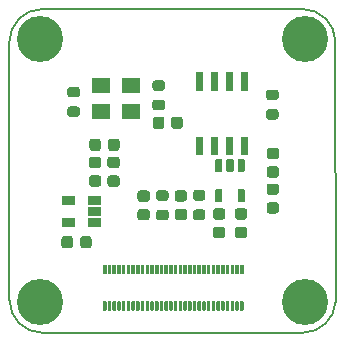
<source format=gbr>
%TF.GenerationSoftware,KiCad,Pcbnew,5.1.12-84ad8e8a86~92~ubuntu18.04.1*%
%TF.CreationDate,2024-08-09T12:32:27+07:00*%
%TF.ProjectId,framos_FSM_IMX_2LANE_Jetson_Adapter,6672616d-6f73-45f4-9653-4d5f494d585f,rev?*%
%TF.SameCoordinates,Original*%
%TF.FileFunction,Soldermask,Top*%
%TF.FilePolarity,Negative*%
%FSLAX46Y46*%
G04 Gerber Fmt 4.6, Leading zero omitted, Abs format (unit mm)*
G04 Created by KiCad (PCBNEW 5.1.12-84ad8e8a86~92~ubuntu18.04.1) date 2024-08-09 12:32:27*
%MOMM*%
%LPD*%
G01*
G04 APERTURE LIST*
%TA.AperFunction,Profile*%
%ADD10C,0.200000*%
%TD*%
%ADD11C,3.900000*%
G04 APERTURE END LIST*
D10*
X136475000Y-52525000D02*
X136493537Y-74564288D01*
X136493537Y-74564288D02*
G75*
G02*
X133725000Y-77150000I-2768537J189288D01*
G01*
X111650000Y-77150000D02*
G75*
G02*
X108875000Y-74375000I0J2775000D01*
G01*
X133700000Y-49750000D02*
G75*
G02*
X136475000Y-52525000I0J-2775000D01*
G01*
X108875000Y-52525000D02*
G75*
G02*
X111650000Y-49750000I2775000J0D01*
G01*
X108875000Y-74375000D02*
X108875000Y-52525000D01*
X133725000Y-77150000D02*
X111650000Y-77150000D01*
X111650000Y-49750000D02*
X133700000Y-49750000D01*
%TO.C,U1*%
G36*
G01*
X128244641Y-65027340D02*
X128752641Y-65027340D01*
G75*
G02*
X128802641Y-65077340I0J-50000D01*
G01*
X128802641Y-66029840D01*
G75*
G02*
X128752641Y-66079840I-50000J0D01*
G01*
X128244641Y-66079840D01*
G75*
G02*
X128194641Y-66029840I0J50000D01*
G01*
X128194641Y-65077340D01*
G75*
G02*
X128244641Y-65027340I50000J0D01*
G01*
G37*
G36*
G01*
X126344639Y-65027340D02*
X126852639Y-65027340D01*
G75*
G02*
X126902639Y-65077340I0J-50000D01*
G01*
X126902639Y-66029840D01*
G75*
G02*
X126852639Y-66079840I-50000J0D01*
G01*
X126344639Y-66079840D01*
G75*
G02*
X126294639Y-66029840I0J50000D01*
G01*
X126294639Y-65077340D01*
G75*
G02*
X126344639Y-65027340I50000J0D01*
G01*
G37*
G36*
G01*
X126344639Y-62474640D02*
X126852639Y-62474640D01*
G75*
G02*
X126902639Y-62524640I0J-50000D01*
G01*
X126902639Y-63477140D01*
G75*
G02*
X126852639Y-63527140I-50000J0D01*
G01*
X126344639Y-63527140D01*
G75*
G02*
X126294639Y-63477140I0J50000D01*
G01*
X126294639Y-62524640D01*
G75*
G02*
X126344639Y-62474640I50000J0D01*
G01*
G37*
G36*
G01*
X127294640Y-62474640D02*
X127802640Y-62474640D01*
G75*
G02*
X127852640Y-62524640I0J-50000D01*
G01*
X127852640Y-63477140D01*
G75*
G02*
X127802640Y-63527140I-50000J0D01*
G01*
X127294640Y-63527140D01*
G75*
G02*
X127244640Y-63477140I0J50000D01*
G01*
X127244640Y-62524640D01*
G75*
G02*
X127294640Y-62474640I50000J0D01*
G01*
G37*
G36*
G01*
X128244641Y-62474640D02*
X128752641Y-62474640D01*
G75*
G02*
X128802641Y-62524640I0J-50000D01*
G01*
X128802641Y-63477140D01*
G75*
G02*
X128752641Y-63527140I-50000J0D01*
G01*
X128244641Y-63527140D01*
G75*
G02*
X128194641Y-63477140I0J50000D01*
G01*
X128194641Y-62524640D01*
G75*
G02*
X128244641Y-62474640I50000J0D01*
G01*
G37*
%TD*%
%TO.C,R9*%
G36*
G01*
X114610160Y-57239320D02*
X114010160Y-57239320D01*
G75*
G02*
X113785160Y-57014320I0J225000D01*
G01*
X113785160Y-56564320D01*
G75*
G02*
X114010160Y-56339320I225000J0D01*
G01*
X114610160Y-56339320D01*
G75*
G02*
X114835160Y-56564320I0J-225000D01*
G01*
X114835160Y-57014320D01*
G75*
G02*
X114610160Y-57239320I-225000J0D01*
G01*
G37*
G36*
G01*
X114610160Y-58889320D02*
X114010160Y-58889320D01*
G75*
G02*
X113785160Y-58664320I0J225000D01*
G01*
X113785160Y-58214320D01*
G75*
G02*
X114010160Y-57989320I225000J0D01*
G01*
X114610160Y-57989320D01*
G75*
G02*
X114835160Y-58214320I0J-225000D01*
G01*
X114835160Y-58664320D01*
G75*
G02*
X114610160Y-58889320I-225000J0D01*
G01*
G37*
%TD*%
%TO.C,U3*%
G36*
G01*
X128531620Y-60551860D02*
X129065020Y-60551860D01*
G75*
G02*
X129115020Y-60601860I0J-50000D01*
G01*
X129115020Y-62062360D01*
G75*
G02*
X129065020Y-62112360I-50000J0D01*
G01*
X128531620Y-62112360D01*
G75*
G02*
X128481620Y-62062360I0J50000D01*
G01*
X128481620Y-60601860D01*
G75*
G02*
X128531620Y-60551860I50000J0D01*
G01*
G37*
G36*
G01*
X127261620Y-60551860D02*
X127795020Y-60551860D01*
G75*
G02*
X127845020Y-60601860I0J-50000D01*
G01*
X127845020Y-62062360D01*
G75*
G02*
X127795020Y-62112360I-50000J0D01*
G01*
X127261620Y-62112360D01*
G75*
G02*
X127211620Y-62062360I0J50000D01*
G01*
X127211620Y-60601860D01*
G75*
G02*
X127261620Y-60551860I50000J0D01*
G01*
G37*
G36*
G01*
X125991620Y-60551860D02*
X126525020Y-60551860D01*
G75*
G02*
X126575020Y-60601860I0J-50000D01*
G01*
X126575020Y-62062360D01*
G75*
G02*
X126525020Y-62112360I-50000J0D01*
G01*
X125991620Y-62112360D01*
G75*
G02*
X125941620Y-62062360I0J50000D01*
G01*
X125941620Y-60601860D01*
G75*
G02*
X125991620Y-60551860I50000J0D01*
G01*
G37*
G36*
G01*
X124721620Y-60551860D02*
X125255020Y-60551860D01*
G75*
G02*
X125305020Y-60601860I0J-50000D01*
G01*
X125305020Y-62062360D01*
G75*
G02*
X125255020Y-62112360I-50000J0D01*
G01*
X124721620Y-62112360D01*
G75*
G02*
X124671620Y-62062360I0J50000D01*
G01*
X124671620Y-60601860D01*
G75*
G02*
X124721620Y-60551860I50000J0D01*
G01*
G37*
G36*
G01*
X124721620Y-55103560D02*
X125255020Y-55103560D01*
G75*
G02*
X125305020Y-55153560I0J-50000D01*
G01*
X125305020Y-56614060D01*
G75*
G02*
X125255020Y-56664060I-50000J0D01*
G01*
X124721620Y-56664060D01*
G75*
G02*
X124671620Y-56614060I0J50000D01*
G01*
X124671620Y-55153560D01*
G75*
G02*
X124721620Y-55103560I50000J0D01*
G01*
G37*
G36*
G01*
X125991620Y-55103560D02*
X126525020Y-55103560D01*
G75*
G02*
X126575020Y-55153560I0J-50000D01*
G01*
X126575020Y-56614060D01*
G75*
G02*
X126525020Y-56664060I-50000J0D01*
G01*
X125991620Y-56664060D01*
G75*
G02*
X125941620Y-56614060I0J50000D01*
G01*
X125941620Y-55153560D01*
G75*
G02*
X125991620Y-55103560I50000J0D01*
G01*
G37*
G36*
G01*
X127261620Y-55103560D02*
X127795020Y-55103560D01*
G75*
G02*
X127845020Y-55153560I0J-50000D01*
G01*
X127845020Y-56614060D01*
G75*
G02*
X127795020Y-56664060I-50000J0D01*
G01*
X127261620Y-56664060D01*
G75*
G02*
X127211620Y-56614060I0J50000D01*
G01*
X127211620Y-55153560D01*
G75*
G02*
X127261620Y-55103560I50000J0D01*
G01*
G37*
G36*
G01*
X128531620Y-55103560D02*
X129065020Y-55103560D01*
G75*
G02*
X129115020Y-55153560I0J-50000D01*
G01*
X129115020Y-56614060D01*
G75*
G02*
X129065020Y-56664060I-50000J0D01*
G01*
X128531620Y-56664060D01*
G75*
G02*
X128481620Y-56614060I0J50000D01*
G01*
X128481620Y-55153560D01*
G75*
G02*
X128531620Y-55103560I50000J0D01*
G01*
G37*
%TD*%
%TO.C,C4*%
G36*
G01*
X117974690Y-64800400D02*
X117412190Y-64800400D01*
G75*
G02*
X117168440Y-64556650I0J243750D01*
G01*
X117168440Y-64069150D01*
G75*
G02*
X117412190Y-63825400I243750J0D01*
G01*
X117974690Y-63825400D01*
G75*
G02*
X118218440Y-64069150I0J-243750D01*
G01*
X118218440Y-64556650D01*
G75*
G02*
X117974690Y-64800400I-243750J0D01*
G01*
G37*
G36*
G01*
X117974690Y-63225400D02*
X117412190Y-63225400D01*
G75*
G02*
X117168440Y-62981650I0J243750D01*
G01*
X117168440Y-62494150D01*
G75*
G02*
X117412190Y-62250400I243750J0D01*
G01*
X117974690Y-62250400D01*
G75*
G02*
X118218440Y-62494150I0J-243750D01*
G01*
X118218440Y-62981650D01*
G75*
G02*
X117974690Y-63225400I-243750J0D01*
G01*
G37*
%TD*%
%TO.C,C6*%
G36*
G01*
X117226360Y-61535890D02*
X117226360Y-60973390D01*
G75*
G02*
X117470110Y-60729640I243750J0D01*
G01*
X117957610Y-60729640D01*
G75*
G02*
X118201360Y-60973390I0J-243750D01*
G01*
X118201360Y-61535890D01*
G75*
G02*
X117957610Y-61779640I-243750J0D01*
G01*
X117470110Y-61779640D01*
G75*
G02*
X117226360Y-61535890I0J243750D01*
G01*
G37*
G36*
G01*
X115651360Y-61535890D02*
X115651360Y-60973390D01*
G75*
G02*
X115895110Y-60729640I243750J0D01*
G01*
X116382610Y-60729640D01*
G75*
G02*
X116626360Y-60973390I0J-243750D01*
G01*
X116626360Y-61535890D01*
G75*
G02*
X116382610Y-61779640I-243750J0D01*
G01*
X115895110Y-61779640D01*
G75*
G02*
X115651360Y-61535890I0J243750D01*
G01*
G37*
%TD*%
%TO.C,R6*%
G36*
G01*
X115857710Y-62250400D02*
X116420210Y-62250400D01*
G75*
G02*
X116663960Y-62494150I0J-243750D01*
G01*
X116663960Y-62981650D01*
G75*
G02*
X116420210Y-63225400I-243750J0D01*
G01*
X115857710Y-63225400D01*
G75*
G02*
X115613960Y-62981650I0J243750D01*
G01*
X115613960Y-62494150D01*
G75*
G02*
X115857710Y-62250400I243750J0D01*
G01*
G37*
G36*
G01*
X115857710Y-63825400D02*
X116420210Y-63825400D01*
G75*
G02*
X116663960Y-64069150I0J-243750D01*
G01*
X116663960Y-64556650D01*
G75*
G02*
X116420210Y-64800400I-243750J0D01*
G01*
X115857710Y-64800400D01*
G75*
G02*
X115613960Y-64556650I0J243750D01*
G01*
X115613960Y-64069150D01*
G75*
G02*
X115857710Y-63825400I243750J0D01*
G01*
G37*
%TD*%
%TO.C,R4*%
G36*
G01*
X121523480Y-66745200D02*
X122123480Y-66745200D01*
G75*
G02*
X122348480Y-66970200I0J-225000D01*
G01*
X122348480Y-67420200D01*
G75*
G02*
X122123480Y-67645200I-225000J0D01*
G01*
X121523480Y-67645200D01*
G75*
G02*
X121298480Y-67420200I0J225000D01*
G01*
X121298480Y-66970200D01*
G75*
G02*
X121523480Y-66745200I225000J0D01*
G01*
G37*
G36*
G01*
X121523480Y-65095200D02*
X122123480Y-65095200D01*
G75*
G02*
X122348480Y-65320200I0J-225000D01*
G01*
X122348480Y-65770200D01*
G75*
G02*
X122123480Y-65995200I-225000J0D01*
G01*
X121523480Y-65995200D01*
G75*
G02*
X121298480Y-65770200I0J225000D01*
G01*
X121298480Y-65320200D01*
G75*
G02*
X121523480Y-65095200I225000J0D01*
G01*
G37*
%TD*%
%TO.C,R3*%
G36*
G01*
X123669370Y-66054960D02*
X123106870Y-66054960D01*
G75*
G02*
X122863120Y-65811210I0J243750D01*
G01*
X122863120Y-65323710D01*
G75*
G02*
X123106870Y-65079960I243750J0D01*
G01*
X123669370Y-65079960D01*
G75*
G02*
X123913120Y-65323710I0J-243750D01*
G01*
X123913120Y-65811210D01*
G75*
G02*
X123669370Y-66054960I-243750J0D01*
G01*
G37*
G36*
G01*
X123669370Y-67629960D02*
X123106870Y-67629960D01*
G75*
G02*
X122863120Y-67386210I0J243750D01*
G01*
X122863120Y-66898710D01*
G75*
G02*
X123106870Y-66654960I243750J0D01*
G01*
X123669370Y-66654960D01*
G75*
G02*
X123913120Y-66898710I0J-243750D01*
G01*
X123913120Y-67386210D01*
G75*
G02*
X123669370Y-67629960I-243750J0D01*
G01*
G37*
%TD*%
%TO.C,R8*%
G36*
G01*
X131435120Y-57465880D02*
X130835120Y-57465880D01*
G75*
G02*
X130610120Y-57240880I0J225000D01*
G01*
X130610120Y-56790880D01*
G75*
G02*
X130835120Y-56565880I225000J0D01*
G01*
X131435120Y-56565880D01*
G75*
G02*
X131660120Y-56790880I0J-225000D01*
G01*
X131660120Y-57240880D01*
G75*
G02*
X131435120Y-57465880I-225000J0D01*
G01*
G37*
G36*
G01*
X131435120Y-59115880D02*
X130835120Y-59115880D01*
G75*
G02*
X130610120Y-58890880I0J225000D01*
G01*
X130610120Y-58440880D01*
G75*
G02*
X130835120Y-58215880I225000J0D01*
G01*
X131435120Y-58215880D01*
G75*
G02*
X131660120Y-58440880I0J-225000D01*
G01*
X131660120Y-58890880D01*
G75*
G02*
X131435120Y-59115880I-225000J0D01*
G01*
G37*
%TD*%
D11*
%TO.C,RU1*%
X133944360Y-52324000D03*
%TD*%
%TO.C,RD1*%
X133883400Y-74579480D03*
%TD*%
%TO.C,LU1*%
X111485680Y-52324000D03*
%TD*%
%TO.C,LD1*%
X111455200Y-74569320D03*
%TD*%
%TO.C,R2*%
G36*
G01*
X125247680Y-65969800D02*
X124647680Y-65969800D01*
G75*
G02*
X124422680Y-65744800I0J225000D01*
G01*
X124422680Y-65294800D01*
G75*
G02*
X124647680Y-65069800I225000J0D01*
G01*
X125247680Y-65069800D01*
G75*
G02*
X125472680Y-65294800I0J-225000D01*
G01*
X125472680Y-65744800D01*
G75*
G02*
X125247680Y-65969800I-225000J0D01*
G01*
G37*
G36*
G01*
X125247680Y-67619800D02*
X124647680Y-67619800D01*
G75*
G02*
X124422680Y-67394800I0J225000D01*
G01*
X124422680Y-66944800D01*
G75*
G02*
X124647680Y-66719800I225000J0D01*
G01*
X125247680Y-66719800D01*
G75*
G02*
X125472680Y-66944800I0J-225000D01*
G01*
X125472680Y-67394800D01*
G75*
G02*
X125247680Y-67619800I-225000J0D01*
G01*
G37*
%TD*%
%TO.C,R7*%
G36*
G01*
X121213600Y-57428480D02*
X121813600Y-57428480D01*
G75*
G02*
X122038600Y-57653480I0J-225000D01*
G01*
X122038600Y-58103480D01*
G75*
G02*
X121813600Y-58328480I-225000J0D01*
G01*
X121213600Y-58328480D01*
G75*
G02*
X120988600Y-58103480I0J225000D01*
G01*
X120988600Y-57653480D01*
G75*
G02*
X121213600Y-57428480I225000J0D01*
G01*
G37*
G36*
G01*
X121213600Y-55778480D02*
X121813600Y-55778480D01*
G75*
G02*
X122038600Y-56003480I0J-225000D01*
G01*
X122038600Y-56453480D01*
G75*
G02*
X121813600Y-56678480I-225000J0D01*
G01*
X121213600Y-56678480D01*
G75*
G02*
X120988600Y-56453480I0J225000D01*
G01*
X120988600Y-56003480D01*
G75*
G02*
X121213600Y-55778480I225000J0D01*
G01*
G37*
%TD*%
%TO.C,C7*%
G36*
G01*
X122555680Y-59655120D02*
X122555680Y-59105120D01*
G75*
G02*
X122805680Y-58855120I250000J0D01*
G01*
X123305680Y-58855120D01*
G75*
G02*
X123555680Y-59105120I0J-250000D01*
G01*
X123555680Y-59655120D01*
G75*
G02*
X123305680Y-59905120I-250000J0D01*
G01*
X122805680Y-59905120D01*
G75*
G02*
X122555680Y-59655120I0J250000D01*
G01*
G37*
G36*
G01*
X121005680Y-59655120D02*
X121005680Y-59105120D01*
G75*
G02*
X121255680Y-58855120I250000J0D01*
G01*
X121755680Y-58855120D01*
G75*
G02*
X122005680Y-59105120I0J-250000D01*
G01*
X122005680Y-59655120D01*
G75*
G02*
X121755680Y-59905120I-250000J0D01*
G01*
X121255680Y-59905120D01*
G75*
G02*
X121005680Y-59655120I0J250000D01*
G01*
G37*
%TD*%
%TO.C,J1*%
G36*
G01*
X128700000Y-71460000D02*
X128700000Y-72160000D01*
G75*
G02*
X128650000Y-72210000I-50000J0D01*
G01*
X128450000Y-72210000D01*
G75*
G02*
X128400000Y-72160000I0J50000D01*
G01*
X128400000Y-71460000D01*
G75*
G02*
X128450000Y-71410000I50000J0D01*
G01*
X128650000Y-71410000D01*
G75*
G02*
X128700000Y-71460000I0J-50000D01*
G01*
G37*
G36*
G01*
X128700000Y-74540000D02*
X128700000Y-75240000D01*
G75*
G02*
X128650000Y-75290000I-50000J0D01*
G01*
X128450000Y-75290000D01*
G75*
G02*
X128400000Y-75240000I0J50000D01*
G01*
X128400000Y-74540000D01*
G75*
G02*
X128450000Y-74490000I50000J0D01*
G01*
X128650000Y-74490000D01*
G75*
G02*
X128700000Y-74540000I0J-50000D01*
G01*
G37*
G36*
G01*
X128300000Y-71460000D02*
X128300000Y-72160000D01*
G75*
G02*
X128250000Y-72210000I-50000J0D01*
G01*
X128050000Y-72210000D01*
G75*
G02*
X128000000Y-72160000I0J50000D01*
G01*
X128000000Y-71460000D01*
G75*
G02*
X128050000Y-71410000I50000J0D01*
G01*
X128250000Y-71410000D01*
G75*
G02*
X128300000Y-71460000I0J-50000D01*
G01*
G37*
G36*
G01*
X128300000Y-74540000D02*
X128300000Y-75240000D01*
G75*
G02*
X128250000Y-75290000I-50000J0D01*
G01*
X128050000Y-75290000D01*
G75*
G02*
X128000000Y-75240000I0J50000D01*
G01*
X128000000Y-74540000D01*
G75*
G02*
X128050000Y-74490000I50000J0D01*
G01*
X128250000Y-74490000D01*
G75*
G02*
X128300000Y-74540000I0J-50000D01*
G01*
G37*
G36*
G01*
X127900000Y-71460000D02*
X127900000Y-72160000D01*
G75*
G02*
X127850000Y-72210000I-50000J0D01*
G01*
X127650000Y-72210000D01*
G75*
G02*
X127600000Y-72160000I0J50000D01*
G01*
X127600000Y-71460000D01*
G75*
G02*
X127650000Y-71410000I50000J0D01*
G01*
X127850000Y-71410000D01*
G75*
G02*
X127900000Y-71460000I0J-50000D01*
G01*
G37*
G36*
G01*
X127900000Y-74540000D02*
X127900000Y-75240000D01*
G75*
G02*
X127850000Y-75290000I-50000J0D01*
G01*
X127650000Y-75290000D01*
G75*
G02*
X127600000Y-75240000I0J50000D01*
G01*
X127600000Y-74540000D01*
G75*
G02*
X127650000Y-74490000I50000J0D01*
G01*
X127850000Y-74490000D01*
G75*
G02*
X127900000Y-74540000I0J-50000D01*
G01*
G37*
G36*
G01*
X127500000Y-71460000D02*
X127500000Y-72160000D01*
G75*
G02*
X127450000Y-72210000I-50000J0D01*
G01*
X127250000Y-72210000D01*
G75*
G02*
X127200000Y-72160000I0J50000D01*
G01*
X127200000Y-71460000D01*
G75*
G02*
X127250000Y-71410000I50000J0D01*
G01*
X127450000Y-71410000D01*
G75*
G02*
X127500000Y-71460000I0J-50000D01*
G01*
G37*
G36*
G01*
X127500000Y-74540000D02*
X127500000Y-75240000D01*
G75*
G02*
X127450000Y-75290000I-50000J0D01*
G01*
X127250000Y-75290000D01*
G75*
G02*
X127200000Y-75240000I0J50000D01*
G01*
X127200000Y-74540000D01*
G75*
G02*
X127250000Y-74490000I50000J0D01*
G01*
X127450000Y-74490000D01*
G75*
G02*
X127500000Y-74540000I0J-50000D01*
G01*
G37*
G36*
G01*
X127100000Y-71460000D02*
X127100000Y-72160000D01*
G75*
G02*
X127050000Y-72210000I-50000J0D01*
G01*
X126850000Y-72210000D01*
G75*
G02*
X126800000Y-72160000I0J50000D01*
G01*
X126800000Y-71460000D01*
G75*
G02*
X126850000Y-71410000I50000J0D01*
G01*
X127050000Y-71410000D01*
G75*
G02*
X127100000Y-71460000I0J-50000D01*
G01*
G37*
G36*
G01*
X127100000Y-74540000D02*
X127100000Y-75240000D01*
G75*
G02*
X127050000Y-75290000I-50000J0D01*
G01*
X126850000Y-75290000D01*
G75*
G02*
X126800000Y-75240000I0J50000D01*
G01*
X126800000Y-74540000D01*
G75*
G02*
X126850000Y-74490000I50000J0D01*
G01*
X127050000Y-74490000D01*
G75*
G02*
X127100000Y-74540000I0J-50000D01*
G01*
G37*
G36*
G01*
X126700000Y-71460000D02*
X126700000Y-72160000D01*
G75*
G02*
X126650000Y-72210000I-50000J0D01*
G01*
X126450000Y-72210000D01*
G75*
G02*
X126400000Y-72160000I0J50000D01*
G01*
X126400000Y-71460000D01*
G75*
G02*
X126450000Y-71410000I50000J0D01*
G01*
X126650000Y-71410000D01*
G75*
G02*
X126700000Y-71460000I0J-50000D01*
G01*
G37*
G36*
G01*
X126700000Y-74540000D02*
X126700000Y-75240000D01*
G75*
G02*
X126650000Y-75290000I-50000J0D01*
G01*
X126450000Y-75290000D01*
G75*
G02*
X126400000Y-75240000I0J50000D01*
G01*
X126400000Y-74540000D01*
G75*
G02*
X126450000Y-74490000I50000J0D01*
G01*
X126650000Y-74490000D01*
G75*
G02*
X126700000Y-74540000I0J-50000D01*
G01*
G37*
G36*
G01*
X126300000Y-71460000D02*
X126300000Y-72160000D01*
G75*
G02*
X126250000Y-72210000I-50000J0D01*
G01*
X126050000Y-72210000D01*
G75*
G02*
X126000000Y-72160000I0J50000D01*
G01*
X126000000Y-71460000D01*
G75*
G02*
X126050000Y-71410000I50000J0D01*
G01*
X126250000Y-71410000D01*
G75*
G02*
X126300000Y-71460000I0J-50000D01*
G01*
G37*
G36*
G01*
X126300000Y-74540000D02*
X126300000Y-75240000D01*
G75*
G02*
X126250000Y-75290000I-50000J0D01*
G01*
X126050000Y-75290000D01*
G75*
G02*
X126000000Y-75240000I0J50000D01*
G01*
X126000000Y-74540000D01*
G75*
G02*
X126050000Y-74490000I50000J0D01*
G01*
X126250000Y-74490000D01*
G75*
G02*
X126300000Y-74540000I0J-50000D01*
G01*
G37*
G36*
G01*
X125900000Y-71460000D02*
X125900000Y-72160000D01*
G75*
G02*
X125850000Y-72210000I-50000J0D01*
G01*
X125650000Y-72210000D01*
G75*
G02*
X125600000Y-72160000I0J50000D01*
G01*
X125600000Y-71460000D01*
G75*
G02*
X125650000Y-71410000I50000J0D01*
G01*
X125850000Y-71410000D01*
G75*
G02*
X125900000Y-71460000I0J-50000D01*
G01*
G37*
G36*
G01*
X125900000Y-74540000D02*
X125900000Y-75240000D01*
G75*
G02*
X125850000Y-75290000I-50000J0D01*
G01*
X125650000Y-75290000D01*
G75*
G02*
X125600000Y-75240000I0J50000D01*
G01*
X125600000Y-74540000D01*
G75*
G02*
X125650000Y-74490000I50000J0D01*
G01*
X125850000Y-74490000D01*
G75*
G02*
X125900000Y-74540000I0J-50000D01*
G01*
G37*
G36*
G01*
X125500000Y-71460000D02*
X125500000Y-72160000D01*
G75*
G02*
X125450000Y-72210000I-50000J0D01*
G01*
X125250000Y-72210000D01*
G75*
G02*
X125200000Y-72160000I0J50000D01*
G01*
X125200000Y-71460000D01*
G75*
G02*
X125250000Y-71410000I50000J0D01*
G01*
X125450000Y-71410000D01*
G75*
G02*
X125500000Y-71460000I0J-50000D01*
G01*
G37*
G36*
G01*
X125500000Y-74540000D02*
X125500000Y-75240000D01*
G75*
G02*
X125450000Y-75290000I-50000J0D01*
G01*
X125250000Y-75290000D01*
G75*
G02*
X125200000Y-75240000I0J50000D01*
G01*
X125200000Y-74540000D01*
G75*
G02*
X125250000Y-74490000I50000J0D01*
G01*
X125450000Y-74490000D01*
G75*
G02*
X125500000Y-74540000I0J-50000D01*
G01*
G37*
G36*
G01*
X125100000Y-71460000D02*
X125100000Y-72160000D01*
G75*
G02*
X125050000Y-72210000I-50000J0D01*
G01*
X124850000Y-72210000D01*
G75*
G02*
X124800000Y-72160000I0J50000D01*
G01*
X124800000Y-71460000D01*
G75*
G02*
X124850000Y-71410000I50000J0D01*
G01*
X125050000Y-71410000D01*
G75*
G02*
X125100000Y-71460000I0J-50000D01*
G01*
G37*
G36*
G01*
X125100000Y-74540000D02*
X125100000Y-75240000D01*
G75*
G02*
X125050000Y-75290000I-50000J0D01*
G01*
X124850000Y-75290000D01*
G75*
G02*
X124800000Y-75240000I0J50000D01*
G01*
X124800000Y-74540000D01*
G75*
G02*
X124850000Y-74490000I50000J0D01*
G01*
X125050000Y-74490000D01*
G75*
G02*
X125100000Y-74540000I0J-50000D01*
G01*
G37*
G36*
G01*
X124700000Y-71460000D02*
X124700000Y-72160000D01*
G75*
G02*
X124650000Y-72210000I-50000J0D01*
G01*
X124450000Y-72210000D01*
G75*
G02*
X124400000Y-72160000I0J50000D01*
G01*
X124400000Y-71460000D01*
G75*
G02*
X124450000Y-71410000I50000J0D01*
G01*
X124650000Y-71410000D01*
G75*
G02*
X124700000Y-71460000I0J-50000D01*
G01*
G37*
G36*
G01*
X124700000Y-74540000D02*
X124700000Y-75240000D01*
G75*
G02*
X124650000Y-75290000I-50000J0D01*
G01*
X124450000Y-75290000D01*
G75*
G02*
X124400000Y-75240000I0J50000D01*
G01*
X124400000Y-74540000D01*
G75*
G02*
X124450000Y-74490000I50000J0D01*
G01*
X124650000Y-74490000D01*
G75*
G02*
X124700000Y-74540000I0J-50000D01*
G01*
G37*
G36*
G01*
X124300000Y-71460000D02*
X124300000Y-72160000D01*
G75*
G02*
X124250000Y-72210000I-50000J0D01*
G01*
X124050000Y-72210000D01*
G75*
G02*
X124000000Y-72160000I0J50000D01*
G01*
X124000000Y-71460000D01*
G75*
G02*
X124050000Y-71410000I50000J0D01*
G01*
X124250000Y-71410000D01*
G75*
G02*
X124300000Y-71460000I0J-50000D01*
G01*
G37*
G36*
G01*
X124300000Y-74540000D02*
X124300000Y-75240000D01*
G75*
G02*
X124250000Y-75290000I-50000J0D01*
G01*
X124050000Y-75290000D01*
G75*
G02*
X124000000Y-75240000I0J50000D01*
G01*
X124000000Y-74540000D01*
G75*
G02*
X124050000Y-74490000I50000J0D01*
G01*
X124250000Y-74490000D01*
G75*
G02*
X124300000Y-74540000I0J-50000D01*
G01*
G37*
G36*
G01*
X123900000Y-71460000D02*
X123900000Y-72160000D01*
G75*
G02*
X123850000Y-72210000I-50000J0D01*
G01*
X123650000Y-72210000D01*
G75*
G02*
X123600000Y-72160000I0J50000D01*
G01*
X123600000Y-71460000D01*
G75*
G02*
X123650000Y-71410000I50000J0D01*
G01*
X123850000Y-71410000D01*
G75*
G02*
X123900000Y-71460000I0J-50000D01*
G01*
G37*
G36*
G01*
X123900000Y-74540000D02*
X123900000Y-75240000D01*
G75*
G02*
X123850000Y-75290000I-50000J0D01*
G01*
X123650000Y-75290000D01*
G75*
G02*
X123600000Y-75240000I0J50000D01*
G01*
X123600000Y-74540000D01*
G75*
G02*
X123650000Y-74490000I50000J0D01*
G01*
X123850000Y-74490000D01*
G75*
G02*
X123900000Y-74540000I0J-50000D01*
G01*
G37*
G36*
G01*
X123500000Y-71460000D02*
X123500000Y-72160000D01*
G75*
G02*
X123450000Y-72210000I-50000J0D01*
G01*
X123250000Y-72210000D01*
G75*
G02*
X123200000Y-72160000I0J50000D01*
G01*
X123200000Y-71460000D01*
G75*
G02*
X123250000Y-71410000I50000J0D01*
G01*
X123450000Y-71410000D01*
G75*
G02*
X123500000Y-71460000I0J-50000D01*
G01*
G37*
G36*
G01*
X123500000Y-74540000D02*
X123500000Y-75240000D01*
G75*
G02*
X123450000Y-75290000I-50000J0D01*
G01*
X123250000Y-75290000D01*
G75*
G02*
X123200000Y-75240000I0J50000D01*
G01*
X123200000Y-74540000D01*
G75*
G02*
X123250000Y-74490000I50000J0D01*
G01*
X123450000Y-74490000D01*
G75*
G02*
X123500000Y-74540000I0J-50000D01*
G01*
G37*
G36*
G01*
X123100000Y-71460000D02*
X123100000Y-72160000D01*
G75*
G02*
X123050000Y-72210000I-50000J0D01*
G01*
X122850000Y-72210000D01*
G75*
G02*
X122800000Y-72160000I0J50000D01*
G01*
X122800000Y-71460000D01*
G75*
G02*
X122850000Y-71410000I50000J0D01*
G01*
X123050000Y-71410000D01*
G75*
G02*
X123100000Y-71460000I0J-50000D01*
G01*
G37*
G36*
G01*
X123100000Y-74540000D02*
X123100000Y-75240000D01*
G75*
G02*
X123050000Y-75290000I-50000J0D01*
G01*
X122850000Y-75290000D01*
G75*
G02*
X122800000Y-75240000I0J50000D01*
G01*
X122800000Y-74540000D01*
G75*
G02*
X122850000Y-74490000I50000J0D01*
G01*
X123050000Y-74490000D01*
G75*
G02*
X123100000Y-74540000I0J-50000D01*
G01*
G37*
G36*
G01*
X122700000Y-71460000D02*
X122700000Y-72160000D01*
G75*
G02*
X122650000Y-72210000I-50000J0D01*
G01*
X122450000Y-72210000D01*
G75*
G02*
X122400000Y-72160000I0J50000D01*
G01*
X122400000Y-71460000D01*
G75*
G02*
X122450000Y-71410000I50000J0D01*
G01*
X122650000Y-71410000D01*
G75*
G02*
X122700000Y-71460000I0J-50000D01*
G01*
G37*
G36*
G01*
X122700000Y-74540000D02*
X122700000Y-75240000D01*
G75*
G02*
X122650000Y-75290000I-50000J0D01*
G01*
X122450000Y-75290000D01*
G75*
G02*
X122400000Y-75240000I0J50000D01*
G01*
X122400000Y-74540000D01*
G75*
G02*
X122450000Y-74490000I50000J0D01*
G01*
X122650000Y-74490000D01*
G75*
G02*
X122700000Y-74540000I0J-50000D01*
G01*
G37*
G36*
G01*
X122300000Y-71460000D02*
X122300000Y-72160000D01*
G75*
G02*
X122250000Y-72210000I-50000J0D01*
G01*
X122050000Y-72210000D01*
G75*
G02*
X122000000Y-72160000I0J50000D01*
G01*
X122000000Y-71460000D01*
G75*
G02*
X122050000Y-71410000I50000J0D01*
G01*
X122250000Y-71410000D01*
G75*
G02*
X122300000Y-71460000I0J-50000D01*
G01*
G37*
G36*
G01*
X122300000Y-74540000D02*
X122300000Y-75240000D01*
G75*
G02*
X122250000Y-75290000I-50000J0D01*
G01*
X122050000Y-75290000D01*
G75*
G02*
X122000000Y-75240000I0J50000D01*
G01*
X122000000Y-74540000D01*
G75*
G02*
X122050000Y-74490000I50000J0D01*
G01*
X122250000Y-74490000D01*
G75*
G02*
X122300000Y-74540000I0J-50000D01*
G01*
G37*
G36*
G01*
X121900000Y-71460000D02*
X121900000Y-72160000D01*
G75*
G02*
X121850000Y-72210000I-50000J0D01*
G01*
X121650000Y-72210000D01*
G75*
G02*
X121600000Y-72160000I0J50000D01*
G01*
X121600000Y-71460000D01*
G75*
G02*
X121650000Y-71410000I50000J0D01*
G01*
X121850000Y-71410000D01*
G75*
G02*
X121900000Y-71460000I0J-50000D01*
G01*
G37*
G36*
G01*
X121900000Y-74540000D02*
X121900000Y-75240000D01*
G75*
G02*
X121850000Y-75290000I-50000J0D01*
G01*
X121650000Y-75290000D01*
G75*
G02*
X121600000Y-75240000I0J50000D01*
G01*
X121600000Y-74540000D01*
G75*
G02*
X121650000Y-74490000I50000J0D01*
G01*
X121850000Y-74490000D01*
G75*
G02*
X121900000Y-74540000I0J-50000D01*
G01*
G37*
G36*
G01*
X121500000Y-71460000D02*
X121500000Y-72160000D01*
G75*
G02*
X121450000Y-72210000I-50000J0D01*
G01*
X121250000Y-72210000D01*
G75*
G02*
X121200000Y-72160000I0J50000D01*
G01*
X121200000Y-71460000D01*
G75*
G02*
X121250000Y-71410000I50000J0D01*
G01*
X121450000Y-71410000D01*
G75*
G02*
X121500000Y-71460000I0J-50000D01*
G01*
G37*
G36*
G01*
X121500000Y-74540000D02*
X121500000Y-75240000D01*
G75*
G02*
X121450000Y-75290000I-50000J0D01*
G01*
X121250000Y-75290000D01*
G75*
G02*
X121200000Y-75240000I0J50000D01*
G01*
X121200000Y-74540000D01*
G75*
G02*
X121250000Y-74490000I50000J0D01*
G01*
X121450000Y-74490000D01*
G75*
G02*
X121500000Y-74540000I0J-50000D01*
G01*
G37*
G36*
G01*
X121100000Y-71460000D02*
X121100000Y-72160000D01*
G75*
G02*
X121050000Y-72210000I-50000J0D01*
G01*
X120850000Y-72210000D01*
G75*
G02*
X120800000Y-72160000I0J50000D01*
G01*
X120800000Y-71460000D01*
G75*
G02*
X120850000Y-71410000I50000J0D01*
G01*
X121050000Y-71410000D01*
G75*
G02*
X121100000Y-71460000I0J-50000D01*
G01*
G37*
G36*
G01*
X121100000Y-74540000D02*
X121100000Y-75240000D01*
G75*
G02*
X121050000Y-75290000I-50000J0D01*
G01*
X120850000Y-75290000D01*
G75*
G02*
X120800000Y-75240000I0J50000D01*
G01*
X120800000Y-74540000D01*
G75*
G02*
X120850000Y-74490000I50000J0D01*
G01*
X121050000Y-74490000D01*
G75*
G02*
X121100000Y-74540000I0J-50000D01*
G01*
G37*
G36*
G01*
X120700000Y-71460000D02*
X120700000Y-72160000D01*
G75*
G02*
X120650000Y-72210000I-50000J0D01*
G01*
X120450000Y-72210000D01*
G75*
G02*
X120400000Y-72160000I0J50000D01*
G01*
X120400000Y-71460000D01*
G75*
G02*
X120450000Y-71410000I50000J0D01*
G01*
X120650000Y-71410000D01*
G75*
G02*
X120700000Y-71460000I0J-50000D01*
G01*
G37*
G36*
G01*
X120700000Y-74540000D02*
X120700000Y-75240000D01*
G75*
G02*
X120650000Y-75290000I-50000J0D01*
G01*
X120450000Y-75290000D01*
G75*
G02*
X120400000Y-75240000I0J50000D01*
G01*
X120400000Y-74540000D01*
G75*
G02*
X120450000Y-74490000I50000J0D01*
G01*
X120650000Y-74490000D01*
G75*
G02*
X120700000Y-74540000I0J-50000D01*
G01*
G37*
G36*
G01*
X120300000Y-71460000D02*
X120300000Y-72160000D01*
G75*
G02*
X120250000Y-72210000I-50000J0D01*
G01*
X120050000Y-72210000D01*
G75*
G02*
X120000000Y-72160000I0J50000D01*
G01*
X120000000Y-71460000D01*
G75*
G02*
X120050000Y-71410000I50000J0D01*
G01*
X120250000Y-71410000D01*
G75*
G02*
X120300000Y-71460000I0J-50000D01*
G01*
G37*
G36*
G01*
X120300000Y-74540000D02*
X120300000Y-75240000D01*
G75*
G02*
X120250000Y-75290000I-50000J0D01*
G01*
X120050000Y-75290000D01*
G75*
G02*
X120000000Y-75240000I0J50000D01*
G01*
X120000000Y-74540000D01*
G75*
G02*
X120050000Y-74490000I50000J0D01*
G01*
X120250000Y-74490000D01*
G75*
G02*
X120300000Y-74540000I0J-50000D01*
G01*
G37*
G36*
G01*
X119900000Y-71460000D02*
X119900000Y-72160000D01*
G75*
G02*
X119850000Y-72210000I-50000J0D01*
G01*
X119650000Y-72210000D01*
G75*
G02*
X119600000Y-72160000I0J50000D01*
G01*
X119600000Y-71460000D01*
G75*
G02*
X119650000Y-71410000I50000J0D01*
G01*
X119850000Y-71410000D01*
G75*
G02*
X119900000Y-71460000I0J-50000D01*
G01*
G37*
G36*
G01*
X119900000Y-74540000D02*
X119900000Y-75240000D01*
G75*
G02*
X119850000Y-75290000I-50000J0D01*
G01*
X119650000Y-75290000D01*
G75*
G02*
X119600000Y-75240000I0J50000D01*
G01*
X119600000Y-74540000D01*
G75*
G02*
X119650000Y-74490000I50000J0D01*
G01*
X119850000Y-74490000D01*
G75*
G02*
X119900000Y-74540000I0J-50000D01*
G01*
G37*
G36*
G01*
X119500000Y-71460000D02*
X119500000Y-72160000D01*
G75*
G02*
X119450000Y-72210000I-50000J0D01*
G01*
X119250000Y-72210000D01*
G75*
G02*
X119200000Y-72160000I0J50000D01*
G01*
X119200000Y-71460000D01*
G75*
G02*
X119250000Y-71410000I50000J0D01*
G01*
X119450000Y-71410000D01*
G75*
G02*
X119500000Y-71460000I0J-50000D01*
G01*
G37*
G36*
G01*
X119500000Y-74540000D02*
X119500000Y-75240000D01*
G75*
G02*
X119450000Y-75290000I-50000J0D01*
G01*
X119250000Y-75290000D01*
G75*
G02*
X119200000Y-75240000I0J50000D01*
G01*
X119200000Y-74540000D01*
G75*
G02*
X119250000Y-74490000I50000J0D01*
G01*
X119450000Y-74490000D01*
G75*
G02*
X119500000Y-74540000I0J-50000D01*
G01*
G37*
G36*
G01*
X119100000Y-71460000D02*
X119100000Y-72160000D01*
G75*
G02*
X119050000Y-72210000I-50000J0D01*
G01*
X118850000Y-72210000D01*
G75*
G02*
X118800000Y-72160000I0J50000D01*
G01*
X118800000Y-71460000D01*
G75*
G02*
X118850000Y-71410000I50000J0D01*
G01*
X119050000Y-71410000D01*
G75*
G02*
X119100000Y-71460000I0J-50000D01*
G01*
G37*
G36*
G01*
X119100000Y-74540000D02*
X119100000Y-75240000D01*
G75*
G02*
X119050000Y-75290000I-50000J0D01*
G01*
X118850000Y-75290000D01*
G75*
G02*
X118800000Y-75240000I0J50000D01*
G01*
X118800000Y-74540000D01*
G75*
G02*
X118850000Y-74490000I50000J0D01*
G01*
X119050000Y-74490000D01*
G75*
G02*
X119100000Y-74540000I0J-50000D01*
G01*
G37*
G36*
G01*
X118700000Y-71460000D02*
X118700000Y-72160000D01*
G75*
G02*
X118650000Y-72210000I-50000J0D01*
G01*
X118450000Y-72210000D01*
G75*
G02*
X118400000Y-72160000I0J50000D01*
G01*
X118400000Y-71460000D01*
G75*
G02*
X118450000Y-71410000I50000J0D01*
G01*
X118650000Y-71410000D01*
G75*
G02*
X118700000Y-71460000I0J-50000D01*
G01*
G37*
G36*
G01*
X118700000Y-74540000D02*
X118700000Y-75240000D01*
G75*
G02*
X118650000Y-75290000I-50000J0D01*
G01*
X118450000Y-75290000D01*
G75*
G02*
X118400000Y-75240000I0J50000D01*
G01*
X118400000Y-74540000D01*
G75*
G02*
X118450000Y-74490000I50000J0D01*
G01*
X118650000Y-74490000D01*
G75*
G02*
X118700000Y-74540000I0J-50000D01*
G01*
G37*
G36*
G01*
X118300000Y-71460000D02*
X118300000Y-72160000D01*
G75*
G02*
X118250000Y-72210000I-50000J0D01*
G01*
X118050000Y-72210000D01*
G75*
G02*
X118000000Y-72160000I0J50000D01*
G01*
X118000000Y-71460000D01*
G75*
G02*
X118050000Y-71410000I50000J0D01*
G01*
X118250000Y-71410000D01*
G75*
G02*
X118300000Y-71460000I0J-50000D01*
G01*
G37*
G36*
G01*
X118300000Y-74540000D02*
X118300000Y-75240000D01*
G75*
G02*
X118250000Y-75290000I-50000J0D01*
G01*
X118050000Y-75290000D01*
G75*
G02*
X118000000Y-75240000I0J50000D01*
G01*
X118000000Y-74540000D01*
G75*
G02*
X118050000Y-74490000I50000J0D01*
G01*
X118250000Y-74490000D01*
G75*
G02*
X118300000Y-74540000I0J-50000D01*
G01*
G37*
G36*
G01*
X117900000Y-71460000D02*
X117900000Y-72160000D01*
G75*
G02*
X117850000Y-72210000I-50000J0D01*
G01*
X117650000Y-72210000D01*
G75*
G02*
X117600000Y-72160000I0J50000D01*
G01*
X117600000Y-71460000D01*
G75*
G02*
X117650000Y-71410000I50000J0D01*
G01*
X117850000Y-71410000D01*
G75*
G02*
X117900000Y-71460000I0J-50000D01*
G01*
G37*
G36*
G01*
X117900000Y-74540000D02*
X117900000Y-75240000D01*
G75*
G02*
X117850000Y-75290000I-50000J0D01*
G01*
X117650000Y-75290000D01*
G75*
G02*
X117600000Y-75240000I0J50000D01*
G01*
X117600000Y-74540000D01*
G75*
G02*
X117650000Y-74490000I50000J0D01*
G01*
X117850000Y-74490000D01*
G75*
G02*
X117900000Y-74540000I0J-50000D01*
G01*
G37*
G36*
G01*
X117500000Y-71460000D02*
X117500000Y-72160000D01*
G75*
G02*
X117450000Y-72210000I-50000J0D01*
G01*
X117250000Y-72210000D01*
G75*
G02*
X117200000Y-72160000I0J50000D01*
G01*
X117200000Y-71460000D01*
G75*
G02*
X117250000Y-71410000I50000J0D01*
G01*
X117450000Y-71410000D01*
G75*
G02*
X117500000Y-71460000I0J-50000D01*
G01*
G37*
G36*
G01*
X117500000Y-74540000D02*
X117500000Y-75240000D01*
G75*
G02*
X117450000Y-75290000I-50000J0D01*
G01*
X117250000Y-75290000D01*
G75*
G02*
X117200000Y-75240000I0J50000D01*
G01*
X117200000Y-74540000D01*
G75*
G02*
X117250000Y-74490000I50000J0D01*
G01*
X117450000Y-74490000D01*
G75*
G02*
X117500000Y-74540000I0J-50000D01*
G01*
G37*
G36*
G01*
X117100000Y-71460000D02*
X117100000Y-72160000D01*
G75*
G02*
X117050000Y-72210000I-50000J0D01*
G01*
X116850000Y-72210000D01*
G75*
G02*
X116800000Y-72160000I0J50000D01*
G01*
X116800000Y-71460000D01*
G75*
G02*
X116850000Y-71410000I50000J0D01*
G01*
X117050000Y-71410000D01*
G75*
G02*
X117100000Y-71460000I0J-50000D01*
G01*
G37*
G36*
G01*
X117100000Y-74540000D02*
X117100000Y-75240000D01*
G75*
G02*
X117050000Y-75290000I-50000J0D01*
G01*
X116850000Y-75290000D01*
G75*
G02*
X116800000Y-75240000I0J50000D01*
G01*
X116800000Y-74540000D01*
G75*
G02*
X116850000Y-74490000I50000J0D01*
G01*
X117050000Y-74490000D01*
G75*
G02*
X117100000Y-74540000I0J-50000D01*
G01*
G37*
%TD*%
%TO.C,C2*%
G36*
G01*
X128202110Y-68179060D02*
X128764610Y-68179060D01*
G75*
G02*
X129008360Y-68422810I0J-243750D01*
G01*
X129008360Y-68910310D01*
G75*
G02*
X128764610Y-69154060I-243750J0D01*
G01*
X128202110Y-69154060D01*
G75*
G02*
X127958360Y-68910310I0J243750D01*
G01*
X127958360Y-68422810D01*
G75*
G02*
X128202110Y-68179060I243750J0D01*
G01*
G37*
G36*
G01*
X128202110Y-66604060D02*
X128764610Y-66604060D01*
G75*
G02*
X129008360Y-66847810I0J-243750D01*
G01*
X129008360Y-67335310D01*
G75*
G02*
X128764610Y-67579060I-243750J0D01*
G01*
X128202110Y-67579060D01*
G75*
G02*
X127958360Y-67335310I0J243750D01*
G01*
X127958360Y-66847810D01*
G75*
G02*
X128202110Y-66604060I243750J0D01*
G01*
G37*
%TD*%
%TO.C,C1*%
G36*
G01*
X131462090Y-64038400D02*
X130899590Y-64038400D01*
G75*
G02*
X130655840Y-63794650I0J243750D01*
G01*
X130655840Y-63307150D01*
G75*
G02*
X130899590Y-63063400I243750J0D01*
G01*
X131462090Y-63063400D01*
G75*
G02*
X131705840Y-63307150I0J-243750D01*
G01*
X131705840Y-63794650D01*
G75*
G02*
X131462090Y-64038400I-243750J0D01*
G01*
G37*
G36*
G01*
X131462090Y-62463400D02*
X130899590Y-62463400D01*
G75*
G02*
X130655840Y-62219650I0J243750D01*
G01*
X130655840Y-61732150D01*
G75*
G02*
X130899590Y-61488400I243750J0D01*
G01*
X131462090Y-61488400D01*
G75*
G02*
X131705840Y-61732150I0J-243750D01*
G01*
X131705840Y-62219650D01*
G75*
G02*
X131462090Y-62463400I-243750J0D01*
G01*
G37*
%TD*%
%TO.C,C3*%
G36*
G01*
X126347910Y-68183940D02*
X126910410Y-68183940D01*
G75*
G02*
X127154160Y-68427690I0J-243750D01*
G01*
X127154160Y-68915190D01*
G75*
G02*
X126910410Y-69158940I-243750J0D01*
G01*
X126347910Y-69158940D01*
G75*
G02*
X126104160Y-68915190I0J243750D01*
G01*
X126104160Y-68427690D01*
G75*
G02*
X126347910Y-68183940I243750J0D01*
G01*
G37*
G36*
G01*
X126347910Y-66608940D02*
X126910410Y-66608940D01*
G75*
G02*
X127154160Y-66852690I0J-243750D01*
G01*
X127154160Y-67340190D01*
G75*
G02*
X126910410Y-67583940I-243750J0D01*
G01*
X126347910Y-67583940D01*
G75*
G02*
X126104160Y-67340190I0J243750D01*
G01*
X126104160Y-66852690D01*
G75*
G02*
X126347910Y-66608940I243750J0D01*
G01*
G37*
%TD*%
%TO.C,C5*%
G36*
G01*
X113284080Y-69765490D02*
X113284080Y-69202990D01*
G75*
G02*
X113527830Y-68959240I243750J0D01*
G01*
X114015330Y-68959240D01*
G75*
G02*
X114259080Y-69202990I0J-243750D01*
G01*
X114259080Y-69765490D01*
G75*
G02*
X114015330Y-70009240I-243750J0D01*
G01*
X113527830Y-70009240D01*
G75*
G02*
X113284080Y-69765490I0J243750D01*
G01*
G37*
G36*
G01*
X114859080Y-69765490D02*
X114859080Y-69202990D01*
G75*
G02*
X115102830Y-68959240I243750J0D01*
G01*
X115590330Y-68959240D01*
G75*
G02*
X115834080Y-69202990I0J-243750D01*
G01*
X115834080Y-69765490D01*
G75*
G02*
X115590330Y-70009240I-243750J0D01*
G01*
X115102830Y-70009240D01*
G75*
G02*
X114859080Y-69765490I0J243750D01*
G01*
G37*
%TD*%
%TO.C,R1*%
G36*
G01*
X130899590Y-66096060D02*
X131462090Y-66096060D01*
G75*
G02*
X131705840Y-66339810I0J-243750D01*
G01*
X131705840Y-66827310D01*
G75*
G02*
X131462090Y-67071060I-243750J0D01*
G01*
X130899590Y-67071060D01*
G75*
G02*
X130655840Y-66827310I0J243750D01*
G01*
X130655840Y-66339810D01*
G75*
G02*
X130899590Y-66096060I243750J0D01*
G01*
G37*
G36*
G01*
X130899590Y-64521060D02*
X131462090Y-64521060D01*
G75*
G02*
X131705840Y-64764810I0J-243750D01*
G01*
X131705840Y-65252310D01*
G75*
G02*
X131462090Y-65496060I-243750J0D01*
G01*
X130899590Y-65496060D01*
G75*
G02*
X130655840Y-65252310I0J243750D01*
G01*
X130655840Y-64764810D01*
G75*
G02*
X130899590Y-64521060I243750J0D01*
G01*
G37*
%TD*%
%TO.C,R5*%
G36*
G01*
X120519770Y-67647740D02*
X119957270Y-67647740D01*
G75*
G02*
X119713520Y-67403990I0J243750D01*
G01*
X119713520Y-66916490D01*
G75*
G02*
X119957270Y-66672740I243750J0D01*
G01*
X120519770Y-66672740D01*
G75*
G02*
X120763520Y-66916490I0J-243750D01*
G01*
X120763520Y-67403990D01*
G75*
G02*
X120519770Y-67647740I-243750J0D01*
G01*
G37*
G36*
G01*
X120519770Y-66072740D02*
X119957270Y-66072740D01*
G75*
G02*
X119713520Y-65828990I0J243750D01*
G01*
X119713520Y-65341490D01*
G75*
G02*
X119957270Y-65097740I243750J0D01*
G01*
X120519770Y-65097740D01*
G75*
G02*
X120763520Y-65341490I0J-243750D01*
G01*
X120763520Y-65828990D01*
G75*
G02*
X120519770Y-66072740I-243750J0D01*
G01*
G37*
%TD*%
%TO.C,U2*%
G36*
G01*
X116660720Y-67503200D02*
X116660720Y-68153200D01*
G75*
G02*
X116610720Y-68203200I-50000J0D01*
G01*
X115550720Y-68203200D01*
G75*
G02*
X115500720Y-68153200I0J50000D01*
G01*
X115500720Y-67503200D01*
G75*
G02*
X115550720Y-67453200I50000J0D01*
G01*
X116610720Y-67453200D01*
G75*
G02*
X116660720Y-67503200I0J-50000D01*
G01*
G37*
G36*
G01*
X116660720Y-66553200D02*
X116660720Y-67203200D01*
G75*
G02*
X116610720Y-67253200I-50000J0D01*
G01*
X115550720Y-67253200D01*
G75*
G02*
X115500720Y-67203200I0J50000D01*
G01*
X115500720Y-66553200D01*
G75*
G02*
X115550720Y-66503200I50000J0D01*
G01*
X116610720Y-66503200D01*
G75*
G02*
X116660720Y-66553200I0J-50000D01*
G01*
G37*
G36*
G01*
X116660720Y-65603200D02*
X116660720Y-66253200D01*
G75*
G02*
X116610720Y-66303200I-50000J0D01*
G01*
X115550720Y-66303200D01*
G75*
G02*
X115500720Y-66253200I0J50000D01*
G01*
X115500720Y-65603200D01*
G75*
G02*
X115550720Y-65553200I50000J0D01*
G01*
X116610720Y-65553200D01*
G75*
G02*
X116660720Y-65603200I0J-50000D01*
G01*
G37*
G36*
G01*
X114460720Y-65603200D02*
X114460720Y-66253200D01*
G75*
G02*
X114410720Y-66303200I-50000J0D01*
G01*
X113350720Y-66303200D01*
G75*
G02*
X113300720Y-66253200I0J50000D01*
G01*
X113300720Y-65603200D01*
G75*
G02*
X113350720Y-65553200I50000J0D01*
G01*
X114410720Y-65553200D01*
G75*
G02*
X114460720Y-65603200I0J-50000D01*
G01*
G37*
G36*
G01*
X114460720Y-67503200D02*
X114460720Y-68153200D01*
G75*
G02*
X114410720Y-68203200I-50000J0D01*
G01*
X113350720Y-68203200D01*
G75*
G02*
X113300720Y-68153200I0J50000D01*
G01*
X113300720Y-67503200D01*
G75*
G02*
X113350720Y-67453200I50000J0D01*
G01*
X114410720Y-67453200D01*
G75*
G02*
X114460720Y-67503200I0J-50000D01*
G01*
G37*
%TD*%
%TO.C,X1*%
G36*
G01*
X119942040Y-55627800D02*
X119942040Y-56827800D01*
G75*
G02*
X119892040Y-56877800I-50000J0D01*
G01*
X118492040Y-56877800D01*
G75*
G02*
X118442040Y-56827800I0J50000D01*
G01*
X118442040Y-55627800D01*
G75*
G02*
X118492040Y-55577800I50000J0D01*
G01*
X119892040Y-55577800D01*
G75*
G02*
X119942040Y-55627800I0J-50000D01*
G01*
G37*
G36*
G01*
X117402040Y-55627800D02*
X117402040Y-56827800D01*
G75*
G02*
X117352040Y-56877800I-50000J0D01*
G01*
X115952040Y-56877800D01*
G75*
G02*
X115902040Y-56827800I0J50000D01*
G01*
X115902040Y-55627800D01*
G75*
G02*
X115952040Y-55577800I50000J0D01*
G01*
X117352040Y-55577800D01*
G75*
G02*
X117402040Y-55627800I0J-50000D01*
G01*
G37*
G36*
G01*
X117402040Y-57827800D02*
X117402040Y-59027800D01*
G75*
G02*
X117352040Y-59077800I-50000J0D01*
G01*
X115952040Y-59077800D01*
G75*
G02*
X115902040Y-59027800I0J50000D01*
G01*
X115902040Y-57827800D01*
G75*
G02*
X115952040Y-57777800I50000J0D01*
G01*
X117352040Y-57777800D01*
G75*
G02*
X117402040Y-57827800I0J-50000D01*
G01*
G37*
G36*
G01*
X119942040Y-57827800D02*
X119942040Y-59027800D01*
G75*
G02*
X119892040Y-59077800I-50000J0D01*
G01*
X118492040Y-59077800D01*
G75*
G02*
X118442040Y-59027800I0J50000D01*
G01*
X118442040Y-57827800D01*
G75*
G02*
X118492040Y-57777800I50000J0D01*
G01*
X119892040Y-57777800D01*
G75*
G02*
X119942040Y-57827800I0J-50000D01*
G01*
G37*
%TD*%
M02*

</source>
